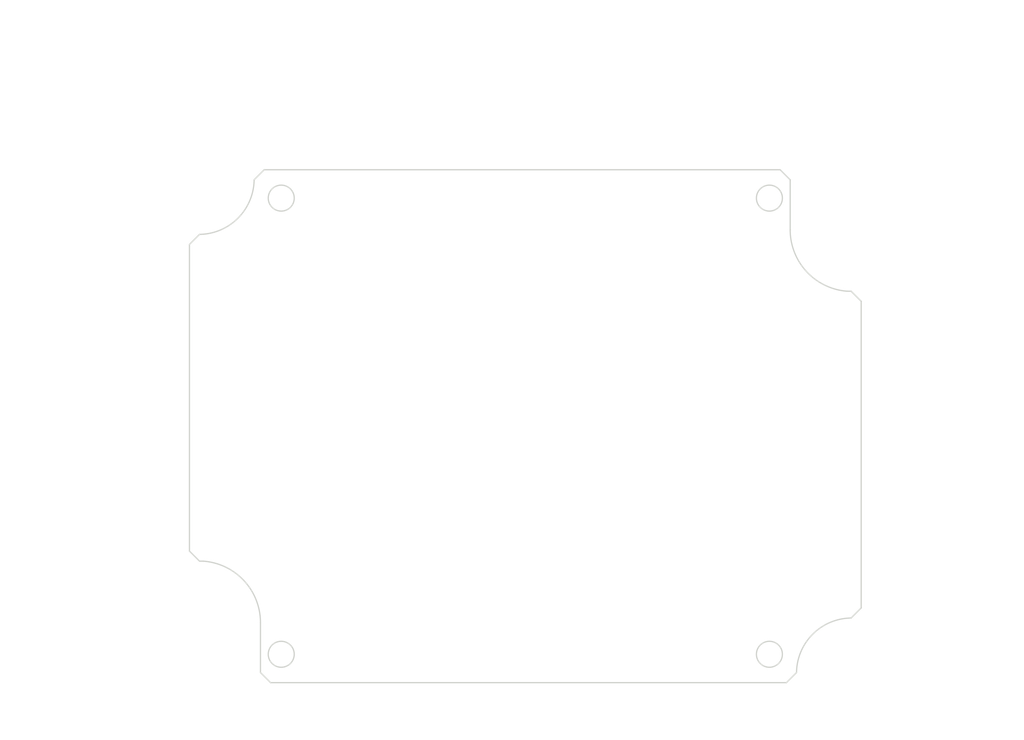
<source format=kicad_pcb>
(kicad_pcb (version 20221018) (generator pcbnew)

  (general
    (thickness 1.6)
  )

  (paper "A4")
  (layers
    (0 "F.Cu" signal)
    (31 "B.Cu" signal)
    (32 "B.Adhes" user "B.Adhesive")
    (33 "F.Adhes" user "F.Adhesive")
    (34 "B.Paste" user)
    (35 "F.Paste" user)
    (36 "B.SilkS" user "B.Silkscreen")
    (37 "F.SilkS" user "F.Silkscreen")
    (38 "B.Mask" user)
    (39 "F.Mask" user)
    (40 "Dwgs.User" user "User.Drawings")
    (41 "Cmts.User" user "User.Comments")
    (42 "Eco1.User" user "User.Eco1")
    (43 "Eco2.User" user "User.Eco2")
    (44 "Edge.Cuts" user)
    (45 "Margin" user)
    (46 "B.CrtYd" user "B.Courtyard")
    (47 "F.CrtYd" user "F.Courtyard")
    (48 "B.Fab" user)
    (49 "F.Fab" user)
  )

  (setup
    (pad_to_mask_clearance 0.051)
    (solder_mask_min_width 0.25)
    (pcbplotparams
      (layerselection 0x00010fc_ffffffff)
      (plot_on_all_layers_selection 0x0000000_00000000)
      (disableapertmacros false)
      (usegerberextensions false)
      (usegerberattributes false)
      (usegerberadvancedattributes false)
      (creategerberjobfile false)
      (dashed_line_dash_ratio 12.000000)
      (dashed_line_gap_ratio 3.000000)
      (svgprecision 4)
      (plotframeref false)
      (viasonmask false)
      (mode 1)
      (useauxorigin false)
      (hpglpennumber 1)
      (hpglpenspeed 20)
      (hpglpendiameter 15.000000)
      (dxfpolygonmode true)
      (dxfimperialunits true)
      (dxfusepcbnewfont true)
      (psnegative false)
      (psa4output false)
      (plotreference true)
      (plotvalue true)
      (plotinvisibletext false)
      (sketchpadsonfab false)
      (subtractmaskfromsilk false)
      (outputformat 1)
      (mirror false)
      (drillshape 1)
      (scaleselection 1)
      (outputdirectory "")
    )
  )

  (net 0 "")

  (gr_line (start 111.655402 60.441617) (end 111.655402 38.155)
    (stroke (width 0.2) (type solid)) (layer "Dwgs.User") (tstamp 0155994c-19d7-4f1b-bcd2-00c7f47a972c))
  (gr_line (start 101.456116 77.027042) (end 99.456116 77.027042)
    (stroke (width 0.2) (type solid)) (layer "Dwgs.User") (tstamp 02f5657d-df7a-498c-8790-cd8bd04b30f7))
  (gr_line (start 126.373448 76.70985) (end 124.373448 76.70985)
    (stroke (width 0.2) (type solid)) (layer "Dwgs.User") (tstamp 04158ac1-7f4e-4a9e-bdfb-8cde83fbdb13))
  (gr_line (start 115.931999 64.420001) (end 115.931999 64.240001)
    (stroke (width 0.2) (type solid)) (layer "Dwgs.User") (tstamp 04d30105-6e50-4c68-a7ce-afdd477da8eb))
  (gr_line (start 116.931999 64.330001) (end 122.688254 64.330001)
    (stroke (width 0.2) (type solid)) (layer "Dwgs.User") (tstamp 06ccb0bb-85af-48dd-9b18-860e6360e709))
  (gr_line (start 194.207883 41.33) (end 163.223308 41.33)
    (stroke (width 0.2) (type solid)) (layer "Dwgs.User") (tstamp 07364003-935b-45fb-82ed-08829d14c10e))
  (gr_line (start 102.043616 70.053403) (end 87.109336 70.053403)
    (stroke (width 0.2) (type solid)) (layer "Dwgs.User") (tstamp 080f2bd6-fbe4-4a7f-a6e1-cece34dc347b))
  (gr_line (start 101.456116 70.640903) (end 101.456116 33.159284)
    (stroke (width 0.2) (type solid)) (layer "Dwgs.User") (tstamp 091cb5e7-ce2d-4f7c-a6cc-f125e6d274d3))
  (gr_line (start 115.841999 64.330001) (end 116.021999 64.330001)
    (stroke (width 0.2) (type solid)) (layer "Dwgs.User") (tstamp 0995e566-3c51-4788-88a7-aa79569a9745))
  (gr_line (start 109.655402 52.920453) (end 103.456116 52.920453)
    (stroke (width 0.2) (type solid)) (layer "Dwgs.User") (tstamp 0a137344-4a12-4925-8e20-b9905848f454))
  (gr_line (start 197.994528 141.949816) (end 196.414847 140.012134)
    (stroke (width 0.2) (type solid)) (layer "Dwgs.User") (tstamp 1593d82f-9089-4fde-89b2-e9c5888ed976))
  (gr_line (start 113.243616 140.805884) (end 72.422664 140.805884)
    (stroke (width 0.2) (type solid)) (layer "Dwgs.User") (tstamp 2163e764-da2d-466d-880b-84f673375aea))
  (gr_line (start 190.931999 48.330001) (end 151.021963 48.330001)
    (stroke (width 0.2) (type solid)) (layer "Dwgs.User") (tstamp 245128b2-021b-456f-b52f-7f560c01b1f1))
  (gr_line (start 193.931999 136.330001) (end 224.107 136.330001)
    (stroke (width 0.2) (type solid)) (layer "Dwgs.User") (tstamp 2dd9d50a-6c1f-4873-b2b4-e0101e40b4ab))
  (gr_line (start 113.655402 41.33) (end 155.115532 41.33)
    (stroke (width 0.2) (type solid)) (layer "Dwgs.User") (tstamp 32bb8b30-b68e-4278-9754-0ccdec7619d1))
  (gr_line (start 90.284336 119.631909) (end 90.284336 103.440571)
    (stroke (width 0.2) (type solid)) (layer "Dwgs.User") (tstamp 3bd6b384-1d6b-48a2-acd4-e08229aa59b5))
  (gr_line (start 102.642956 121.631909) (end 87.109336 121.631909)
    (stroke (width 0.2) (type solid)) (layer "Dwgs.User") (tstamp 45a3b2e9-1c72-47d4-86ba-19631aa1f1a1))
  (gr_line (start 207.407883 79.615592) (end 207.407883 33.159284)
    (stroke (width 0.2) (type solid)) (layer "Dwgs.User") (tstamp 4bede065-541b-4596-bab7-531fc1d80b12))
  (gr_line (start 197.994528 141.949816) (end 203.42024 148.605151)
    (stroke (width 0.2) (type solid)) (layer "Dwgs.User") (tstamp 51db10bc-a971-4043-8a3c-15c909ee77f5))
  (gr_line (start 193.931999 64.330001) (end 224.107 64.330001)
    (stroke (width 0.2) (type solid)) (layer "Dwgs.User") (tstamp 5ac9139a-7d05-4e57-9e12-10699495694b))
  (gr_line (start 196.414853 140.012135) (end 197.606984 142.265754)
    (stroke (width 0.2) (type solid)) (layer "Dwgs.User") (tstamp 5b57f82f-0108-4bde-9673-60c4d5853452))
  (gr_line (start 119.513254 57.854117) (end 119.513254 53.766298)
    (stroke (width 0.2) (type solid)) (layer "Dwgs.User") (tstamp 5d0be883-6379-4600-bc63-ea24828b9084))
  (gr_line (start 117.931999 48.330001) (end 142.93274 48.330001)
    (stroke (width 0.2) (type solid)) (layer "Dwgs.User") (tstamp 60765267-d858-4927-aa16-fe3b5d65a2c2))
  (gr_line (start 196.207883 60.441617) (end 196.207883 38.155)
    (stroke (width 0.2) (type solid)) (layer "Dwgs.User") (tstamp 63a750f0-70c9-47a2-8213-3c43348fea50))
  (gr_line (start 119.513254 53.766298) (end 121.513254 53.766298)
    (stroke (width 0.2) (type solid)) (layer "Dwgs.User") (tstamp 6e462995-9bc1-4fba-a458-d8eec60960e0))
  (gr_line (start 198.382064 141.63388) (end 196.414847 140.012134)
    (stroke (width 0.2) (type solid)) (layer "Dwgs.User") (tstamp 6f26633f-a1c2-4730-8526-eebfd088cc96))
  (gr_line (start 192.931999 63.330001) (end 192.931999 45.155001)
    (stroke (width 0.2) (type solid)) (layer "Dwgs.User") (tstamp 775f6e99-e065-4ccc-b5e0-ba2e01ee9c08))
  (gr_line (start 205.407883 36.334284) (end 149.070833 36.334284)
    (stroke (width 0.2) (type solid)) (layer "Dwgs.User") (tstamp 7f038494-229e-4b21-9f5d-76ea2057e331))
  (gr_line (start 196.414847 140.012134) (end 197.606991 142.265752)
    (stroke (width 0.2) (type solid)) (layer "Dwgs.User") (tstamp 7fbb6c2c-82eb-4949-ab99-ab1681fc974b))
  (gr_line (start 75.597664 138.805884) (end 75.597664 103.887436)
    (stroke (width 0.2) (type solid)) (layer "Dwgs.User") (tstamp 87e9ae4b-1aa7-4810-a177-5f6ed15a412b))
  (gr_line (start 90.284336 72.053403) (end 90.284336 96.325701)
    (stroke (width 0.2) (type solid)) (layer "Dwgs.User") (tstamp 88b125f3-8822-4a26-a459-4c611b6372bc))
  (gr_line (start 101.456116 70.640903) (end 101.456116 49.745453)
    (stroke (width 0.2) (type solid)) (layer "Dwgs.User") (tstamp 8d8113a5-59b6-46a3-a76a-af342a10912e))
  (gr_line (start 111.655402 60.441617) (end 111.655402 49.745453)
    (stroke (width 0.2) (type solid)) (layer "Dwgs.User") (tstamp 93ee23b0-9d92-45fe-b580-fcf517217742))
  (gr_line (start 197.606984 142.265754) (end 198.382054 141.633878)
    (stroke (width 0.2) (type solid)) (layer "Dwgs.User") (tstamp 97b23757-be0c-43ef-8f50-8a99be54dbf4))
  (gr_line (start 112.242902 59.854117) (end 87.163331 59.854117)
    (stroke (width 0.2) (type solid)) (layer "Dwgs.User") (tstamp 9b441caf-9607-471f-a518-024531b69aad))
  (gr_line (start 209.146467 142.189541) (end 200.908068 134.860789)
    (stroke (width 0.2) (type solid)) (layer "Dwgs.User") (tstamp 9ba80fc0-1b9f-48e9-a789-ae80ed2cfdd4))
  (gr_line (start 113.931999 77.027042) (end 103.456116 77.027042)
    (stroke (width 0.2) (type solid)) (layer "Dwgs.User") (tstamp a3353888-b91b-44dd-9ba1-0b3d375a5417))
  (gr_line (start 103.456116 36.334284) (end 139.642252 36.334284)
    (stroke (width 0.2) (type solid)) (layer "Dwgs.User") (tstamp b03a98ef-c289-4464-86ce-05819550622a))
  (gr_line (start 124.373448 76.70985) (end 118.213632 67.67614)
    (stroke (width 0.2) (type solid)) (layer "Dwgs.User") (tstamp bac937f7-e44e-4c4c-988a-a4bf44a7983e))
  (gr_line (start 220.931999 134.330001) (end 220.931999 103.887436)
    (stroke (width 0.2) (type solid)) (layer "Dwgs.User") (tstamp c1e94a50-1866-4d0d-95fb-4a09d72be0ce))
  (gr_line (start 102.043616 70.053403) (end 87.163331 70.053403)
    (stroke (width 0.2) (type solid)) (layer "Dwgs.User") (tstamp c248d03c-c21e-4b46-a01a-50306438825a))
  (gr_line (start 115.931999 65.330001) (end 115.931999 80.202042)
    (stroke (width 0.2) (type solid)) (layer "Dwgs.User") (tstamp c2f54c51-1992-464a-9438-e5629f599c54))
  (gr_line (start 101.456116 52.920453) (end 98.813476 52.920453)
    (stroke (width 0.2) (type solid)) (layer "Dwgs.User") (tstamp c5034f25-9fda-44a0-8166-5e7d73afe7a5))
  (gr_line (start 197.606991 142.265752) (end 198.382064 141.63388)
    (stroke (width 0.2) (type solid)) (layer "Dwgs.User") (tstamp cf4622d1-1661-4884-b178-794edb17c520))
  (gr_line (start 203.42024 148.605151) (end 205.92024 148.605151)
    (stroke (width 0.2) (type solid)) (layer "Dwgs.User") (tstamp d206fa96-8a3c-4b65-b53d-a271e2d48bdd))
  (gr_line (start 90.338331 70.053403) (end 90.338331 76.025735)
    (stroke (width 0.2) (type solid)) (layer "Dwgs.User") (tstamp d7508fb7-02cd-4e1e-968a-6a32121c9c08))
  (gr_line (start 115.931999 63.330001) (end 115.931999 45.155001)
    (stroke (width 0.2) (type solid)) (layer "Dwgs.User") (tstamp d99356c0-1265-4048-84f6-b09e5eddcc90))
  (gr_line (start 75.597664 61.854117) (end 75.597664 96.772565)
    (stroke (width 0.2) (type solid)) (layer "Dwgs.User") (tstamp e32e4128-6055-4112-8785-fa57e23a3c69))
  (gr_line (start 90.338331 61.854117) (end 90.338331 68.053403)
    (stroke (width 0.2) (type solid)) (layer "Dwgs.User") (tstamp e5a11a7f-beee-4a7a-85c6-233cf4a81786))
  (gr_line (start 220.931999 66.330001) (end 220.931999 96.772565)
    (stroke (width 0.2) (type solid)) (layer "Dwgs.User") (tstamp eac459c7-01a3-400e-9367-310608996e75))
  (gr_line (start 198.382054 141.633878) (end 196.414853 140.012135)
    (stroke (width 0.2) (type solid)) (layer "Dwgs.User") (tstamp f292f954-9f1d-4ccb-94d5-1c95490f0a57))
  (gr_line (start 211.146467 142.189541) (end 209.146467 142.189541)
    (stroke (width 0.2) (type solid)) (layer "Dwgs.User") (tstamp f6767412-4d12-40e4-a367-54a3593fb82f))
  (gr_line (start 119.513254 66.330001) (end 119.513254 68.330001)
    (stroke (width 0.2) (type solid)) (layer "Dwgs.User") (tstamp f74879cb-d1c8-4b6e-987f-a33d23540d17))
  (gr_line (start 112.242902 59.854117) (end 72.422664 59.854117)
    (stroke (width 0.2) (type solid)) (layer "Dwgs.User") (tstamp fc31f47e-e27a-4f4c-a981-712f2131a6a7))
  (gr_line (start 90.338331 76.025735) (end 88.338331 76.025735)
    (stroke (width 0.2) (type solid)) (layer "Dwgs.User") (tstamp fd1037b0-2a16-42bd-b1e9-875b3de1ad02))
  (gr_line (start 196.207883 61.441617) (end 194.620383 59.854117)
    (stroke (width 0.2) (type solid)) (layer "Edge.Cuts") (tstamp 03145fb7-387e-4a9f-b3db-36eaadb24a56))
  (gr_line (start 195.621097 140.805884) (end 197.208597 139.218384)
    (stroke (width 0.2) (type solid)) (layer "Edge.Cuts") (tstamp 04bc052f-47e6-4314-a181-2376aec1959a))
  (gr_line (start 207.407883 80.615592) (end 205.820383 79.028092)
    (stroke (width 0.2) (type solid)) (layer "Edge.Cuts") (tstamp 08c79c49-97d3-42fb-ab20-704f8d6d8dc7))
  (gr_circle (center 192.931999 64.330001) (end 194.981999 64.330001)
    (stroke (width 0.2) (type solid)) (fill none) (layer "Edge.Cuts") (tstamp 24c81ae6-c2e6-4d2e-9908-b57db5aaa597))
  (gr_arc (start 205.221043 79.028092) (mid 198.809084 75.949857) (end 196.207883 69.33)
    (stroke (width 0.2) (type solid)) (layer "Edge.Cuts") (tstamp 3049da89-7f37-447f-a016-36203b078127))
  (gr_line (start 196.207883 69.33) (end 196.207883 61.441617)
    (stroke (width 0.2) (type solid)) (layer "Edge.Cuts") (tstamp 3988a519-b8ec-4f05-a00f-7680bc2eb03e))
  (gr_arc (start 103.642957 121.63191) (mid 110.054916 124.710144) (end 112.656116 131.330001)
    (stroke (width 0.2) (type solid)) (layer "Edge.Cuts") (tstamp 5cbf2238-8115-4713-b979-af23ac6f8245))
  (gr_circle (center 115.931999 136.330001) (end 117.981999 136.330001)
    (stroke (width 0.2) (type solid)) (fill none) (layer "Edge.Cuts") (tstamp 643d8462-a558-4d2b-87cd-ebb43479ddf6))
  (gr_line (start 101.456116 120.044409) (end 101.456116 71.640903)
    (stroke (width 0.2) (type solid)) (layer "Edge.Cuts") (tstamp 6b63f068-b17c-47dd-967c-b2e123a667ae))
  (gr_line (start 205.820383 79.028092) (end 205.221043 79.028092)
    (stroke (width 0.2) (type solid)) (layer "Edge.Cuts") (tstamp 751848ef-444e-449d-b8f6-75c3e5dbf5fd))
  (gr_line (start 103.043616 70.053403) (end 101.456116 71.640903)
    (stroke (width 0.2) (type solid)) (layer "Edge.Cuts") (tstamp 77da7ec5-7510-4cd5-a1cf-e810df98b382))
  (gr_arc (start 111.655401 61.441617) (mid 109.100881 67.498882) (end 103.043616 70.053403)
    (stroke (width 0.2) (type solid)) (layer "Edge.Cuts") (tstamp 9864c496-27e5-43d6-8b30-105a18878bd8))
  (gr_line (start 103.043616 121.631909) (end 103.642956 121.631909)
    (stroke (width 0.2) (type solid)) (layer "Edge.Cuts") (tstamp a0b50bec-de0e-4efb-9061-7de557cf4e35))
  (gr_line (start 205.820383 130.606598) (end 207.407883 129.019098)
    (stroke (width 0.2) (type solid)) (layer "Edge.Cuts") (tstamp ac0620ce-be1f-442a-9b1a-28d1bfa1622c))
  (gr_line (start 113.242902 59.854117) (end 194.620383 59.854117)
    (stroke (width 0.2) (type solid)) (layer "Edge.Cuts") (tstamp ad277b73-abf9-4a24-9a80-c6747e9918cf))
  (gr_line (start 195.621097 140.805884) (end 114.243616 140.805884)
    (stroke (width 0.2) (type solid)) (layer "Edge.Cuts") (tstamp b79e3099-345e-4528-9779-572f89fa5151))
  (gr_line (start 112.656116 131.330001) (end 112.656116 139.218384)
    (stroke (width 0.2) (type solid)) (layer "Edge.Cuts") (tstamp d4a63068-cae4-4964-9a01-e12dc6e25303))
  (gr_line (start 101.456116 120.044409) (end 103.043616 121.631909)
    (stroke (width 0.2) (type solid)) (layer "Edge.Cuts") (tstamp d8235926-c857-4c08-8fa6-557055b94fc2))
  (gr_circle (center 192.931999 136.330001) (end 194.981999 136.330001)
    (stroke (width 0.2) (type solid)) (fill none) (layer "Edge.Cuts") (tstamp d8784eee-1273-4d45-9226-9ee56adda602))
  (gr_circle (center 115.931999 64.330001) (end 117.981999 64.330001)
    (stroke (width 0.2) (type solid)) (fill none) (layer "Edge.Cuts") (tstamp da8e1dd9-ca71-495e-b0f2-a7de207b7f43))
  (gr_line (start 207.407883 80.615592) (end 207.407883 129.019098)
    (stroke (width 0.2) (type solid)) (layer "Edge.Cuts") (tstamp db662195-97dd-4790-9c6f-76dd978f0e76))
  (gr_line (start 113.242902 59.854117) (end 111.655402 61.441617)
    (stroke (width 0.2) (type solid)) (layer "Edge.Cuts") (tstamp e2d875ed-698d-4cba-a6bb-c017eb29eb66))
  (gr_line (start 112.656116 139.218384) (end 114.243616 140.805884)
    (stroke (width 0.2) (type solid)) (layer "Edge.Cuts") (tstamp e9e3baf0-45c0-48cb-a381-eb3729fa6156))
  (gr_arc (start 197.208596 139.218384) (mid 199.763117 133.161118) (end 205.820383 130.606598)
    (stroke (width 0.2) (type solid)) (layer "Edge.Cuts") (tstamp f68b11ec-0de8-4e01-803b-d4f36152384a))
  (gr_text "[3.03]" (at 146.977352 50.219462) (layer "Dwgs.User") (tstamp 17c966c2-6f64-41bf-baee-288a9053d2ad)
    (effects (font (size 1.7 1.53) (thickness 0.2125)))
  )
  (gr_text " 10.20" (at 84.29372 74.357761) (layer "Dwgs.User") (tstamp 2b218c60-23b8-46e8-a52f-81477b2b6d6e)
    (effects (font (size 1.7 1.53) (thickness 0.2125)))
  )
  (gr_text "[.57]" (at 95.406866 78.913024) (layer "Dwgs.User") (tstamp 4dae69eb-7b6d-4914-9866-f93b7f8e0db0)
    (effects (font (size 1.7 1.53) (thickness 0.2125)))
  )
  (gr_text " 77.00" (at 146.977352 46.662026) (layer "Dwgs.User") (tstamp 4dba5b71-5e55-42d1-92b9-991215866310)
    (effects (font (size 1.7 1.53) (thickness 0.2125)))
  )
  (gr_text "[.40]" (at 94.768865 54.809914) (layer "Dwgs.User") (tstamp 5338d5bf-b5dc-4531-977c-72b14d9aca1e)
    (effects (font (size 1.7 1.53) (thickness 0.2125)))
  )
  (gr_text "[3.33]" (at 159.16942 43.219462) (layer "Dwgs.User") (tstamp 54e628b3-3d7e-4e86-bc0f-72de9abfa4df)
    (effects (font (size 1.7 1.53) (thickness 0.2125)))
  )
  (gr_text "[2.83]" (at 220.931999 102.219462) (layer "Dwgs.User") (tstamp 563ed52b-a153-4007-9add-d941622675f2)
    (effects (font (size 1.7 1.53) (thickness 0.2125)))
  )
  (gr_text "[.40]" (at 84.29372 77.915196) (layer "Dwgs.User") (tstamp 5b580fef-4940-4590-a500-2eaf034492d1)
    (effects (font (size 1.7 1.53) (thickness 0.2125)))
  )
  (gr_text "[2.03]" (at 90.284336 101.772597) (layer "Dwgs.User") (tstamp 673a7c52-d81d-4534-b94f-3ce199fea043)
    (effects (font (size 1.7 1.53) (thickness 0.2125)))
  )
  (gr_text "[3.19]" (at 75.597664 102.219462) (layer "Dwgs.User") (tstamp 6d71758d-db3f-4fda-b5b7-f5a079ef2712)
    (effects (font (size 1.7 1.53) (thickness 0.2125)))
  )
  (gr_text " 80.95" (at 75.597664 98.662026) (layer "Dwgs.User") (tstamp 79c2a81a-fd23-4479-a613-19b94288d68f)
    (effects (font (size 1.7 1.53) (thickness 0.2125)))
  )
  (gr_text " 84.55" (at 159.16942 39.662026) (layer "Dwgs.User") (tstamp 8fb36f30-43e8-470a-9d25-e19bb9a1e894)
    (effects (font (size 1.7 1.53) (thickness 0.2125)))
  )
  (gr_text " 72.00" (at 220.931999 98.662026) (layer "Dwgs.User") (tstamp a6756d58-e1b7-49be-b0c1-8ac50140bb73)
    (effects (font (size 1.7 1.53) (thickness 0.2125)))
  )
  (gr_text "[4.17]" (at 144.356542 38.223745) (layer "Dwgs.User") (tstamp adbe4365-fbbb-4d98-bcd2-e9a8bcc98b1d)
    (effects (font (size 1.7 1.53) (thickness 0.2125)))
  )
  (gr_text "1.59 X 45.0° Chamfer" (at 206.990881 149.484305) (layer "Dwgs.User") (tstamp afd2d940-9e23-4496-8340-c92d554dd089)
    (effects (font (size 1.7 1.53) (thickness 0.2125)) (justify left bottom))
  )
  (gr_text "[.18]" (at 124.902102 55.655759) (layer "Dwgs.User") (tstamp b0b2a7c6-9044-4e4e-95a1-4a2b4a33ce61)
    (effects (font (size 1.7 1.53) (thickness 0.2125)))
  )
  (gr_text " R8.72" (at 215.617238 140.521567) (layer "Dwgs.User") (tstamp b2bc8b33-5d9e-490a-a02c-ddc6f46ce68f)
    (effects (font (size 1.7 1.53) (thickness 0.2125)))
  )
  (gr_text " 4.48" (at 124.902102 52.098324) (layer "Dwgs.User") (tstamp c1761e21-55c2-489e-b2d2-1fda9f776ec3)
    (effects (font (size 1.7 1.53) (thickness 0.2125)))
  )
  (gr_text " 51.58" (at 90.284336 98.215162) (layer "Dwgs.User") (tstamp c912b224-ff28-420e-808b-84f15daf25f3)
    (effects (font (size 1.7 1.53) (thickness 0.2125)))
  )
  (gr_text " 10.20" (at 94.768865 51.252479) (layer "Dwgs.User") (tstamp d13faf20-9659-4f3e-9ddd-2a0a94fa1ee0)
    (effects (font (size 1.7 1.53) (thickness 0.2125)))
  )
  (gr_text " 105.95" (at 144.356542 34.66631) (layer "Dwgs.User") (tstamp d603444c-ce96-4853-9ec8-bb6853a854fd)
    (effects (font (size 1.7 1.53) (thickness 0.2125)))
  )
  (gr_text "[R0.34]" (at 215.617238 144.079002) (layer "Dwgs.User") (tstamp de6c7c3c-1006-4a8a-8542-e95f48d58167)
    (effects (font (size 1.7 1.53) (thickness 0.2125)))
  )
  (gr_text " ∅4.10\n[∅0.16]" (at 130.910317 76.70985) (layer "Dwgs.User") (tstamp e3c7b90f-0ae1-4340-8182-0fdbc4a5192f)
    (effects (font (size 1.7 1.53) (thickness 0.2125)))
  )
  (gr_text " 14.48" (at 95.406866 75.359068) (layer "Dwgs.User") (tstamp e6e07a84-8884-4662-8cdc-14318d3054ee)
    (effects (font (size 1.7 1.53) (thickness 0.2125)))
  )

)

</source>
